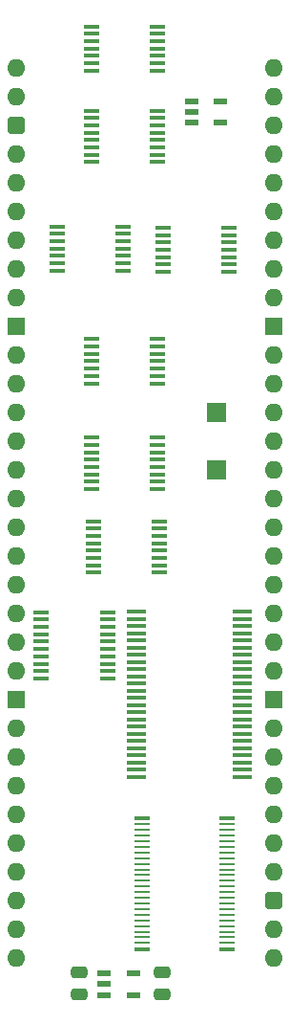
<source format=gts>
%TF.GenerationSoftware,KiCad,Pcbnew,8.0.5*%
%TF.CreationDate,2024-09-17T15:49:20+02:00*%
%TF.ProjectId,HCP65 Kernal Mode,48435036-3520-44b6-9572-6e616c204d6f,V0*%
%TF.SameCoordinates,PX525bfc0PY43d3480*%
%TF.FileFunction,Soldermask,Top*%
%TF.FilePolarity,Negative*%
%FSLAX46Y46*%
G04 Gerber Fmt 4.6, Leading zero omitted, Abs format (unit mm)*
G04 Created by KiCad (PCBNEW 8.0.5) date 2024-09-17 15:49:20*
%MOMM*%
%LPD*%
G01*
G04 APERTURE LIST*
G04 Aperture macros list*
%AMRoundRect*
0 Rectangle with rounded corners*
0 $1 Rounding radius*
0 $2 $3 $4 $5 $6 $7 $8 $9 X,Y pos of 4 corners*
0 Add a 4 corners polygon primitive as box body*
4,1,4,$2,$3,$4,$5,$6,$7,$8,$9,$2,$3,0*
0 Add four circle primitives for the rounded corners*
1,1,$1+$1,$2,$3*
1,1,$1+$1,$4,$5*
1,1,$1+$1,$6,$7*
1,1,$1+$1,$8,$9*
0 Add four rect primitives between the rounded corners*
20,1,$1+$1,$2,$3,$4,$5,0*
20,1,$1+$1,$4,$5,$6,$7,0*
20,1,$1+$1,$6,$7,$8,$9,0*
20,1,$1+$1,$8,$9,$2,$3,0*%
G04 Aperture macros list end*
%ADD10R,1.700000X1.700000*%
%ADD11RoundRect,0.250000X0.475000X-0.250000X0.475000X0.250000X-0.475000X0.250000X-0.475000X-0.250000X0*%
%ADD12R,1.475000X0.450000*%
%ADD13R,1.150000X0.600000*%
%ADD14R,1.250000X0.600000*%
%ADD15O,1.600000X1.600000*%
%ADD16RoundRect,0.400000X-0.400000X-0.400000X0.400000X-0.400000X0.400000X0.400000X-0.400000X0.400000X0*%
%ADD17R,1.600000X1.600000*%
%ADD18R,1.450000X0.450000*%
%ADD19R,1.800000X0.430000*%
%ADD20R,1.400000X0.400000*%
%ADD21R,1.400000X0.280000*%
G04 APERTURE END LIST*
D10*
%TO.C,TP2*%
X17780000Y-30480000D03*
%TD*%
D11*
%TO.C,C10*%
X12954000Y-81960000D03*
X12954000Y-80060000D03*
%TD*%
D12*
%TO.C,IC8*%
X2269000Y-48193000D03*
X2269000Y-48843000D03*
X2269000Y-49493000D03*
X2269000Y-50143000D03*
X2269000Y-50793000D03*
X2269000Y-51443000D03*
X2269000Y-52093000D03*
X2269000Y-52743000D03*
X2269000Y-53393000D03*
X2269000Y-54043000D03*
X8145000Y-54043000D03*
X8145000Y-53393000D03*
X8145000Y-52743000D03*
X8145000Y-52093000D03*
X8145000Y-51443000D03*
X8145000Y-50793000D03*
X8145000Y-50143000D03*
X8145000Y-49493000D03*
X8145000Y-48843000D03*
X8145000Y-48193000D03*
%TD*%
D13*
%TO.C,IC11*%
X7844000Y-80140000D03*
X7844000Y-81090000D03*
X7844000Y-82040000D03*
X10444000Y-82040000D03*
X10444000Y-80140000D03*
%TD*%
D14*
%TO.C,IC1*%
X15641000Y-2987000D03*
X15641000Y-3937000D03*
X15641000Y-4887000D03*
X18141000Y-4887000D03*
X18141000Y-2987000D03*
%TD*%
D11*
%TO.C,C9*%
X5588000Y-81960000D03*
X5588000Y-80060000D03*
%TD*%
D15*
%TO.C,J2*%
X0Y0D03*
X0Y-2540000D03*
D16*
X0Y-5080000D03*
D15*
X0Y-7620000D03*
X0Y-10160000D03*
X0Y-12700000D03*
X0Y-15240000D03*
X0Y-17780000D03*
X0Y-20320000D03*
D17*
X0Y-22860000D03*
D15*
X0Y-25400000D03*
X0Y-27940000D03*
X0Y-30480000D03*
X0Y-33020000D03*
X0Y-35560000D03*
X0Y-38100000D03*
X0Y-40640000D03*
X0Y-43180000D03*
X0Y-45720000D03*
X0Y-48260000D03*
X0Y-50800000D03*
X0Y-53340000D03*
D17*
X0Y-55880000D03*
D15*
X0Y-58420000D03*
X0Y-60960000D03*
X0Y-63500000D03*
X0Y-66040000D03*
X0Y-68580000D03*
X0Y-71120000D03*
X0Y-73660000D03*
X0Y-76200000D03*
X0Y-78740000D03*
X22860000Y-78740000D03*
X22860000Y-76200000D03*
D16*
X22860000Y-73660000D03*
D15*
X22860000Y-71120000D03*
X22860000Y-68580000D03*
X22860000Y-66040000D03*
X22860000Y-63500000D03*
X22860000Y-60960000D03*
X22860000Y-58420000D03*
D17*
X22860000Y-55880000D03*
D15*
X22860000Y-53340000D03*
X22860000Y-50800000D03*
X22860000Y-48260000D03*
X22860000Y-45720000D03*
X22860000Y-43180000D03*
X22860000Y-40640000D03*
X22860000Y-38100000D03*
X22860000Y-35560000D03*
X22860000Y-33020000D03*
X22860000Y-30480000D03*
X22860000Y-27940000D03*
X22860000Y-25400000D03*
D17*
X22860000Y-22860000D03*
D15*
X22860000Y-20320000D03*
X22860000Y-17780000D03*
X22860000Y-15240000D03*
X22860000Y-12700000D03*
X22860000Y-10160000D03*
X22860000Y-7620000D03*
X22860000Y-5080000D03*
X22860000Y-2540000D03*
X22860000Y0D03*
%TD*%
D10*
%TO.C,TP1*%
X17780000Y-35560000D03*
%TD*%
D18*
%TO.C,IC5*%
X6854000Y-40143000D03*
X6854000Y-40793000D03*
X6854000Y-41443000D03*
X6854000Y-42093000D03*
X6854000Y-42743000D03*
X6854000Y-43393000D03*
X6854000Y-44043000D03*
X6854000Y-44693000D03*
X12704000Y-44693000D03*
X12704000Y-44043000D03*
X12704000Y-43393000D03*
X12704000Y-42743000D03*
X12704000Y-42093000D03*
X12704000Y-41443000D03*
X12704000Y-40793000D03*
X12704000Y-40143000D03*
%TD*%
%TO.C,IC12*%
X6727000Y-3821000D03*
X6727000Y-4471000D03*
X6727000Y-5121000D03*
X6727000Y-5771000D03*
X6727000Y-6421000D03*
X6727000Y-7071000D03*
X6727000Y-7721000D03*
X6727000Y-8371000D03*
X12577000Y-8371000D03*
X12577000Y-7721000D03*
X12577000Y-7071000D03*
X12577000Y-6421000D03*
X12577000Y-5771000D03*
X12577000Y-5121000D03*
X12577000Y-4471000D03*
X12577000Y-3821000D03*
%TD*%
D19*
%TO.C,IC7*%
X10667000Y-48134000D03*
X10667000Y-48768000D03*
X10667000Y-49404000D03*
X10667000Y-50038000D03*
X10667000Y-50674000D03*
X10667000Y-51308000D03*
X10667000Y-51944000D03*
X10667000Y-52578000D03*
X10667000Y-53214000D03*
X10667000Y-53848000D03*
X10667000Y-54484000D03*
X10667000Y-55118000D03*
X10667000Y-55754000D03*
X10667000Y-56388000D03*
X10667000Y-57024000D03*
X10667000Y-57658000D03*
X10667000Y-58294000D03*
X10667000Y-58928000D03*
X10667000Y-59564000D03*
X10667000Y-60198000D03*
X10667000Y-60834000D03*
X10667000Y-61468000D03*
X10667000Y-62104000D03*
X10667000Y-62738000D03*
X20067000Y-62738000D03*
X20067000Y-62104000D03*
X20067000Y-61468000D03*
X20067000Y-60834000D03*
X20067000Y-60198000D03*
X20067000Y-59564000D03*
X20067000Y-58928000D03*
X20067000Y-58294000D03*
X20067000Y-57658000D03*
X20067000Y-57024000D03*
X20067000Y-56388000D03*
X20067000Y-55754000D03*
X20067000Y-55118000D03*
X20067000Y-54484000D03*
X20067000Y-53848000D03*
X20067000Y-53214000D03*
X20067000Y-52578000D03*
X20067000Y-51944000D03*
X20067000Y-51308000D03*
X20067000Y-50674000D03*
X20067000Y-50038000D03*
X20067000Y-49404000D03*
X20067000Y-48768000D03*
X20067000Y-48134000D03*
%TD*%
D20*
%TO.C,IC4*%
X18736000Y-78010000D03*
D21*
X18736000Y-77450000D03*
X18736000Y-76950000D03*
X18736000Y-76450000D03*
X18736000Y-75950000D03*
X18736000Y-75450000D03*
X18736000Y-74950000D03*
X18736000Y-74450000D03*
X18736000Y-73950000D03*
X18736000Y-73450000D03*
X18736000Y-72950000D03*
X18736000Y-72450000D03*
X18736000Y-71950000D03*
X18736000Y-71450000D03*
X18736000Y-70950000D03*
X18736000Y-70450000D03*
X18736000Y-69950000D03*
X18736000Y-69450000D03*
X18736000Y-68950000D03*
X18736000Y-68450000D03*
X18736000Y-67950000D03*
X18736000Y-67450000D03*
X18736000Y-66950000D03*
D20*
X18736000Y-66390000D03*
X11236000Y-66390000D03*
D21*
X11236000Y-66950000D03*
X11236000Y-67450000D03*
X11236000Y-67950000D03*
X11236000Y-68450000D03*
X11236000Y-68950000D03*
X11236000Y-69450000D03*
X11236000Y-69950000D03*
X11236000Y-70450000D03*
X11236000Y-70950000D03*
X11236000Y-71450000D03*
X11236000Y-71950000D03*
X11236000Y-72450000D03*
X11236000Y-72950000D03*
X11236000Y-73450000D03*
X11236000Y-73950000D03*
X11236000Y-74450000D03*
X11236000Y-74950000D03*
X11236000Y-75450000D03*
X11236000Y-75950000D03*
X11236000Y-76450000D03*
X11236000Y-76950000D03*
X11236000Y-77450000D03*
D20*
X11236000Y-78010000D03*
%TD*%
D12*
%TO.C,IC3*%
X6714000Y3626400D03*
X6714000Y2976400D03*
X6714000Y2326400D03*
X6714000Y1676400D03*
X6714000Y1026400D03*
X6714000Y376400D03*
X6714000Y-273600D03*
X12590000Y-273600D03*
X12590000Y376400D03*
X12590000Y1026400D03*
X12590000Y1676400D03*
X12590000Y2326400D03*
X12590000Y2976400D03*
X12590000Y3626400D03*
%TD*%
%TO.C,IC2*%
X6714000Y-24036072D03*
X6714000Y-24686072D03*
X6714000Y-25336072D03*
X6714000Y-25986072D03*
X6714000Y-26636072D03*
X6714000Y-27286072D03*
X6714000Y-27936072D03*
X12590000Y-27936072D03*
X12590000Y-27286072D03*
X12590000Y-26636072D03*
X12590000Y-25986072D03*
X12590000Y-25336072D03*
X12590000Y-24686072D03*
X12590000Y-24036072D03*
%TD*%
%TO.C,IC10*%
X3666000Y-14052000D03*
X3666000Y-14702000D03*
X3666000Y-15352000D03*
X3666000Y-16002000D03*
X3666000Y-16652000D03*
X3666000Y-17302000D03*
X3666000Y-17952000D03*
X9542000Y-17952000D03*
X9542000Y-17302000D03*
X9542000Y-16652000D03*
X9542000Y-16002000D03*
X9542000Y-15352000D03*
X9542000Y-14702000D03*
X9542000Y-14052000D03*
%TD*%
%TO.C,IC6*%
X13064000Y-14179000D03*
X13064000Y-14829000D03*
X13064000Y-15479000D03*
X13064000Y-16129000D03*
X13064000Y-16779000D03*
X13064000Y-17429000D03*
X13064000Y-18079000D03*
X18940000Y-18079000D03*
X18940000Y-17429000D03*
X18940000Y-16779000D03*
X18940000Y-16129000D03*
X18940000Y-15479000D03*
X18940000Y-14829000D03*
X18940000Y-14179000D03*
%TD*%
D18*
%TO.C,IC9*%
X6727000Y-32731430D03*
X6727000Y-33381430D03*
X6727000Y-34031430D03*
X6727000Y-34681430D03*
X6727000Y-35331430D03*
X6727000Y-35981430D03*
X6727000Y-36631430D03*
X6727000Y-37281430D03*
X12577000Y-37281430D03*
X12577000Y-36631430D03*
X12577000Y-35981430D03*
X12577000Y-35331430D03*
X12577000Y-34681430D03*
X12577000Y-34031430D03*
X12577000Y-33381430D03*
X12577000Y-32731430D03*
%TD*%
M02*

</source>
